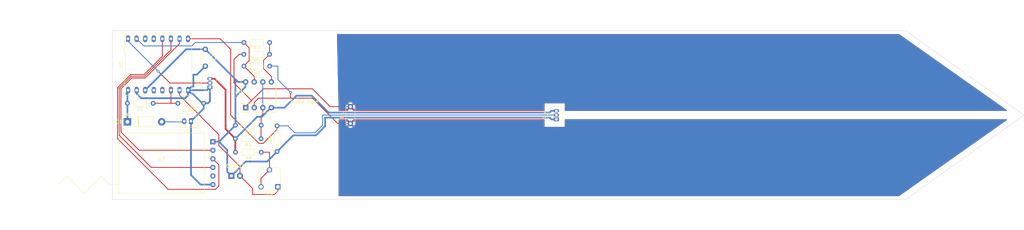
<source format=kicad_pcb>
(kicad_pcb (version 20211014) (generator pcbnew)
  (layers (0 "F.Cu" signal) (31 "B.Cu" signal) (34 "B.Paste" user) (35 "F.Paste" user) (36 "B.SilkS" user "B.Silkscreen") (37 "F.SilkS" user "F.Silkscreen") (38 "B.Mask" user) (39 "F.Mask" user) (44 "Edge.Cuts" user))
  (net 0 "")
  (net 1 "/CAPL")
  (net 2 "/CAPR")
  (net 3 "3V3")
  (net 4 "GND")
  (net 5 "Net-(D1-Pad1)")
  (net 6 "Net-(D1-Pad2)")
  (net 7 "SGND")
  (net 8 "Net-(R3-Pad2)")
  (net 9 "Net-(R5-Pad2)")
  (net 10 "CAP_OSC_OUT")
  (net 13 "Net-(U1-Pad10)")
  (net 14 "Net-(U1-Pad11)")
  (net 15 "Net-(U1-Pad12)")
  (net 18 "CAP_OSC_EN")
  (net 20 "Net-(R8-Pad1)")
  (net 21 "/OneWire")
  (net 22 "Net-(RV1-Pad1)")
  (net 23 "Net-(R1-Pad2)")
  (footprint "Library:RYLR896" (layer "F.Cu") (at 29.5 90.5)
    (fp_text reference "U2" (at 0 -2.54 unlocked) (layer "F.SilkS"))
    (fp_text value "RYLR896")
    (fp_line (start -12.7 5.08) (end -15.24 5.08) (layer "F.SilkS") (width 0.12))
    (fp_line (start -27.94 2.54) (end -30.48 5.08) (layer "F.SilkS") (width 0.12))
    (fp_line (start -22.86 7.62) (end -27.94 2.54) (layer "F.SilkS") (width 0.12))
    (fp_line (start -17.78 2.54) (end -22.86 7.62) (layer "F.SilkS") (width 0.12))
    (fp_line (start -15.24 5.08) (end -17.78 2.54) (layer "F.SilkS") (width 0.12))
    (fp_rect (start -12.7 -10.16) (end 12.7 7.62) (layer "F.SilkS") (width 0.12) (fill none))
    (pad "1" thru_hole rect (at 15.24 -7.62) (size 1.524 1.524) (drill 0.762) (layers *.Cu *.Mask) (net 3 "3V3"))
    (pad "2" thru_hole circle (at 15.24 -5.08) (size 1.524 1.524) (drill 0.762) (layers *.Cu *.Mask) (net 13 "Net-(U1-Pad10)"))
    (pad "3" thru_hole circle (at 15.24 -2.54) (size 1.524 1.524) (drill 0.762) (layers *.Cu *.Mask) (net 15 "Net-(U1-Pad12)"))
    (pad "4" thru_hole circle (at 15.24 0) (size 1.524 1.524) (drill 0.762) (layers *.Cu *.Mask) (net 14 "Net-(U1-Pad11)"))
    (pad "5" thru_hole circle (at 15.24 2.54) (size 1.524 1.524) (drill 0.762) (layers *.Cu *.Mask))
    (pad "6" thru_hole circle (at 15.24 5.08) (size 1.524 1.524) (drill 0.762) (layers *.Cu *.Mask) (net 4 "GND"))
  )
  (footprint "Resistor_THT:R_Axial_DIN0204_L3.6mm_D1.6mm_P7.62mm_Horizontal" (layer "F.Cu") (at 59 82 180)
    (fp_text reference "R4" (at 3.81 -1.92 180) (layer "F.SilkS"))
    (fp_text value "51K")
    (fp_line (start 1.89 0.92) (end 5.73 0.92) (layer "F.SilkS") (width 0.12))
    (fp_line (start 6.68 0) (end 5.73 0) (layer "F.SilkS") (width 0.12))
    (fp_line (start 5.73 -0.92) (end 1.89 -0.92) (layer "F.SilkS") (width 0.12))
    (fp_line (start 5.73 0.92) (end 5.73 -0.92) (layer "F.SilkS") (width 0.12))
    (fp_line (start 1.89 -0.92) (end 1.89 0.92) (layer "F.SilkS") (width 0.12))
    (fp_line (start 0.94 0) (end 1.89 0) (layer "F.SilkS") (width 0.12))
    (pad "1" thru_hole circle (at 0 0 180) (size 1.4 1.4) (drill 0.7) (layers *.Cu *.Mask) (net 8 "Net-(R3-Pad2)"))
    (pad "2" thru_hole oval (at 7.62 0 180) (size 1.4 1.4) (drill 0.7) (layers *.Cu *.Mask) (net 7 "SGND"))
  )
  (footprint "Capacitor_THT:C_Disc_D5.0mm_W2.5mm_P5.00mm" (layer "F.Cu") (at 85.5 77.5 90)
    (fp_text reference "C1" (at 2.5 -2.5 90) (layer "F.SilkS"))
    (fp_text value "Sensor Capacitor")
    (fp_line (start -0.12 -1.37) (end 5.12 -1.37) (layer "F.SilkS") (width 0.12))
    (fp_line (start -0.12 1.37) (end 5.12 1.37) (layer "F.SilkS") (width 0.12))
    (fp_line (start -0.12 -1.37) (end -0.12 -1.055) (layer "F.SilkS") (width 0.12))
    (fp_line (start 5.12 -1.37) (end 5.12 -1.055) (layer "F.SilkS") (width 0.12))
    (fp_line (start 5.12 1.055) (end 5.12 1.37) (layer "F.SilkS") (width 0.12))
    (fp_line (start -0.12 1.055) (end -0.12 1.37) (layer "F.SilkS") (width 0.12))
    (pad "1" thru_hole circle (at 0 0 90) (size 1.6 1.6) (drill 0.8) (layers *.Cu *.Mask) (net 1 "/CAPL"))
    (pad "2" thru_hole circle (at 5 0 90) (size 1.6 1.6) (drill 0.8) (layers *.Cu *.Mask) (net 2 "/CAPR"))
  )
  (footprint "Diode_THT:D_DO-41_SOD81_P10.16mm_Horizontal" (layer "F.Cu") (at 19.42 77)
    (fp_text reference "D1" (at -2.42 0) (layer "F.SilkS"))
    (fp_text value "1N5817")
    (fp_text user "K" (at 0 -2.1) (layer "F.SilkS"))
    (fp_line (start 3.38 -1.47) (end 3.38 1.47) (layer "F.SilkS") (width 0.12))
    (fp_line (start 7.8 1.47) (end 7.8 -1.47) (layer "F.SilkS") (width 0.12))
    (fp_line (start 3.14 -1.47) (end 3.14 1.47) (layer "F.SilkS") (width 0.12))
    (fp_line (start 8.82 0) (end 7.8 0) (layer "F.SilkS") (width 0.12))
    (fp_line (start 3.26 -1.47) (end 3.26 1.47) (layer "F.SilkS") (width 0.12))
    (fp_line (start 2.36 -1.47) (end 2.36 1.47) (layer "F.SilkS") (width 0.12))
    (fp_line (start 2.36 1.47) (end 7.8 1.47) (layer "F.SilkS") (width 0.12))
    (fp_line (start 1.34 0) (end 2.36 0) (layer "F.SilkS") (width 0.12))
    (fp_line (start 7.8 -1.47) (end 2.36 -1.47) (layer "F.SilkS") (width 0.12))
    (pad "1" thru_hole rect (at 0 0) (size 2.2 2.2) (drill 1.1) (layers *.Cu *.Mask) (net 5 "Net-(D1-Pad1)"))
    (pad "2" thru_hole oval (at 10.16 0) (size 2.2 2.2) (drill 1.1) (layers *.Cu *.Mask) (net 6 "Net-(D1-Pad2)"))
  )
  (footprint "Library:DIP-16_600_ELL" (layer "F.Cu") (at 28.5 60)
    (fp_text reference "U1" (at -10.99 0 90) (layer "F.SilkS"))
    (fp_text value "Tiny2040")
    (fp_line (start -9.99 3.039999) (end -9.99 9.12) (layer "F.SilkS") (width 0.12))
    (fp_line (start -9.99 9.12) (end 9.99 9.12) (layer "F.SilkS") (width 0.12))
    (fp_line (start 9.99 9.12) (end 9.99 -9.12) (layer "F.SilkS") (width 0.12))
    (fp_line (start -9.63 -3.04) (end -9.63 3.039999) (layer "F.SilkS") (width 0.12))
    (fp_line (start 9.99 -9.12) (end -9.99 -9.12) (layer "F.SilkS") (width 0.12))
    (fp_line (start -9.63 3.039999) (end -9.99 3.039999) (layer "F.SilkS") (width 0.12))
    (fp_line (start -9.99 -9.12) (end -9.99 -3.04) (layer "F.SilkS") (width 0.12))
    (fp_line (start -9.99 -3.04) (end -9.63 -3.04) (layer "F.SilkS") (width 0.12))
    (pad "1" thru_hole oval (at -8.89 7.62) (size 1.2 2) (drill 0.8) (layers *.Cu *.Mask) (net 5 "Net-(D1-Pad1)"))
    (pad "2" thru_hole oval (at -6.35 7.62) (size 1.2 2) (drill 0.8) (layers *.Cu *.Mask) (net 4 "GND"))
    (pad "3" thru_hole oval (at -3.81 7.62) (size 1.2 2) (drill 0.8) (layers *.Cu *.Mask) (net 3 "3V3"))
    (pad "4" thru_hole oval (at -1.27 7.62) (size 1.2 2) (drill 0.8) (layers *.Cu *.Mask))
    (pad "5" thru_hole oval (at 1.27 7.62) (size 1.2 2) (drill 0.8) (layers *.Cu *.Mask))
    (pad "6" thru_hole oval (at 3.81 7.62) (size 1.2 2) (drill 0.8) (layers *.Cu *.Mask) (net 23 "Net-(R1-Pad2)"))
    (pad "7" thru_hole oval (at 6.35 7.62) (size 1.2 2) (drill 0.8) (layers *.Cu *.Mask) (net 22 "Net-(RV1-Pad1)"))
    (pad "8" thru_hole oval (at 8.89 7.62) (size 1.2 2) (drill 0.8) (layers *.Cu *.Mask) (net 4 "GND"))
    (pad "9" thru_hole oval (at 8.89 -7.62) (size 1.2 2) (drill 0.8) (layers *.Cu *.Mask) (net 21 "/OneWire"))
    (pad "10" thru_hole oval (at 6.35 -7.62) (size 1.2 2) (drill 0.8) (layers *.Cu *.Mask) (net 13 "Net-(U1-Pad10)"))
    (pad "11" thru_hole oval (at 3.81 -7.62) (size 1.2 2) (drill 0.8) (layers *.Cu *.Mask) (net 14 "Net-(U1-Pad11)"))
    (pad "12" thru_hole oval (at 1.27 -7.62) (size 1.2 2) (drill 0.8) (layers *.Cu *.Mask) (net 15 "Net-(U1-Pad12)"))
    (pad "13" thru_hole oval (at -1.27 -7.62) (size 1.2 2) (drill 0.8) (layers *.Cu *.Mask))
    (pad "14" thru_hole oval (at -3.81 -7.62) (size 1.2 2) (drill 0.8) (layers *.Cu *.Mask))
    (pad "15" thru_hole oval (at -6.35 -7.62) (size 1.2 2) (drill 0.8) (layers *.Cu *.Mask) (net 10 "CAP_OSC_OUT"))
    (pad "16" thru_hole oval (at -8.89 -7.62) (size 1.2 2) (drill 0.8) (layers *.Cu *.Mask) (net 18 "CAP_OSC_EN"))
  )
  (footprint "Resistor_THT:R_Axial_DIN0204_L3.6mm_D1.6mm_P7.62mm_Horizontal" (layer "F.Cu") (at 61.56 60.5 180)
    (fp_text reference "R6" (at 3.81 -1.92 180) (layer "F.SilkS"))
    (fp_text value "330K")
    (fp_line (start 1.89 0.92) (end 5.73 0.92) (layer "F.SilkS") (width 0.12))
    (fp_line (start 6.68 0) (end 5.73 0) (layer "F.SilkS") (width 0.12))
    (fp_line (start 5.73 0.92) (end 5.73 -0.92) (layer "F.SilkS") (width 0.12))
    (fp_line (start 5.73 -0.92) (end 1.89 -0.92) (layer "F.SilkS") (width 0.12))
    (fp_line (start 0.94 0) (end 1.89 0) (layer "F.SilkS") (width 0.12))
    (fp_line (start 1.89 -0.92) (end 1.89 0.92) (layer "F.SilkS") (width 0.12))
    (pad "1" thru_hole circle (at 0 0 180) (size 1.4 1.4) (drill 0.7) (layers *.Cu *.Mask) (net 1 "/CAPL"))
    (pad "2" thru_hole oval (at 7.62 0 180) (size 1.4 1.4) (drill 0.7) (layers *.Cu *.Mask) (net 10 "CAP_OSC_OUT"))
  )
  (footprint "Package_DIP:DIP-8_W7.62mm_Socket" (layer "F.Cu") (at 54.45 72.8 90)
    (fp_text reference "U3" (at 3.81 -2.33 90) (layer "F.SilkS"))
    (fp_text value "LM358")
    (fp_line (start -1.33 9.01) (end 8.95 9.01) (layer "F.SilkS") (width 0.12))
    (fp_line (start 1.16 -1.33) (end 1.16 8.95) (layer "F.SilkS") (width 0.12))
    (fp_line (start 8.95 -1.39) (end -1.33 -1.39) (layer "F.SilkS") (width 0.12))
    (fp_line (start 2.81 -1.33) (end 1.16 -1.33) (layer "F.SilkS") (width 0.12))
    (fp_line (start 6.46 -1.33) (end 4.81 -1.33) (layer "F.SilkS") (width 0.12))
    (fp_line (start -1.33 -1.39) (end -1.33 9.01) (layer "F.SilkS") (width 0.12))
    (fp_line (start 1.16 8.95) (end 6.46 8.95) (layer "F.SilkS") (width 0.12))
    (fp_line (start 6.46 8.95) (end 6.46 -1.33) (layer "F.SilkS") (width 0.12))
    (fp_line (start 8.95 9.01) (end 8.95 -1.39) (layer "F.SilkS") (width 0.12))
    (fp_arc (start 4.81 -1.33) (mid 3.81 -0.33) (end 2.81 -1.33) (layer "F.SilkS") (width 0.12))
    (pad "1" thru_hole rect (at 0 0 90) (size 1.6 1.6) (drill 0.8) (layers *.Cu *.Mask) (net 2 "/CAPR"))
    (pad "2" thru_hole oval (at 0 2.54 90) (size 1.6 1.6) (drill 0.8) (layers *.Cu *.Mask) (net 1 "/CAPL"))
    (pad "3" thru_hole oval (at 0 5.08 90) (size 1.6 1.6) (drill 0.8) (layers *.Cu *.Mask) (net 8 "Net-(R3-Pad2)"))
    (pad "4" thru_hole oval (at 0 7.62 90) (size 1.6 1.6) (drill 0.8) (layers *.Cu *.Mask) (net 7 "SGND"))
    (pad "5" thru_hole oval (at 7.62 7.62 90) (size 1.6 1.6) (drill 0.8) (layers *.Cu *.Mask) (net 9 "Net-(R5-Pad2)"))
    (pad "6" thru_hole oval (at 7.62 5.08 90) (size 1.6 1.6) (drill 0.8) (layers *.Cu *.Mask) (net 8 "Net-(R3-Pad2)"))
    (pad "7" thru_hole oval (at 7.62 2.54 90) (size 1.6 1.6) (drill 0.8) (layers *.Cu *.Mask) (net 10 "CAP_OSC_OUT"))
    (pad "8" thru_hole oval (at 7.62 0 90) (size 1.6 1.6) (drill 0.8) (layers *.Cu *.Mask) (net 3 "3V3"))
  )
  (footprint "Resistor_THT:R_Axial_DIN0204_L3.6mm_D1.6mm_P7.62mm_Horizontal" (layer "F.Cu") (at 61.56 53.5 180)
    (fp_text reference "R7" (at 3.81 -1.75 180) (layer "F.SilkS"))
    (fp_text value "51K")
    (fp_line (start 6.68 0) (end 5.73 0) (layer "F.SilkS") (width 0.12))
    (fp_line (start 1.89 0.92) (end 5.73 0.92) (layer "F.SilkS") (width 0.12))
    (fp_line (start 0.94 0) (end 1.89 0) (layer "F.SilkS") (width 0.12))
    (fp_line (start 5.73 0.92) (end 5.73 -0.92) (layer "F.SilkS") (width 0.12))
    (fp_line (start 1.89 -0.92) (end 1.89 0.92) (layer "F.SilkS") (width 0.12))
    (fp_line (start 5.73 -0.92) (end 1.89 -0.92) (layer "F.SilkS") (width 0.12))
    (pad "1" thru_hole circle (at 0 0 180) (size 1.4 1.4) (drill 0.7) (layers *.Cu *.Mask) (net 9 "Net-(R5-Pad2)"))
    (pad "2" thru_hole oval (at 7.62 0 180) (size 1.4 1.4) (drill 0.7) (layers *.Cu *.Mask) (net 10 "CAP_OSC_OUT"))
  )
  (footprint "Resistor_THT:R_Axial_DIN0204_L3.6mm_D1.6mm_P7.62mm_Horizontal" (layer "F.Cu") (at 53.92 57)
    (fp_text reference "R5" (at 3.81 1.75) (layer "F.SilkS"))
    (fp_text value "10K")
    (fp_line (start 5.73 0.92) (end 5.73 -0.92) (layer "F.SilkS") (width 0.12))
    (fp_line (start 5.73 -0.92) (end 1.89 -0.92) (layer "F.SilkS") (width 0.12))
    (fp_line (start 0.94 0) (end 1.89 0) (layer "F.SilkS") (width 0.12))
    (fp_line (start 6.68 0) (end 5.73 0) (layer "F.SilkS") (width 0.12))
    (fp_line (start 1.89 -0.92) (end 1.89 0.92) (layer "F.SilkS") (width 0.12))
    (fp_line (start 1.89 0.92) (end 5.73 0.92) (layer "F.SilkS") (width 0.12))
    (pad "1" thru_hole circle (at 0 0) (size 1.4 1.4) (drill 0.7) (layers *.Cu *.Mask) (net 2 "/CAPR"))
    (pad "2" thru_hole oval (at 7.62 0) (size 1.4 1.4) (drill 0.7) (layers *.Cu *.Mask) (net 9 "Net-(R5-Pad2)"))
  )
  (footprint "Resistor_THT:R_Axial_DIN0204_L3.6mm_D1.6mm_P7.62mm_Horizontal" (layer "F.Cu") (at 59.06 86 180)
    (fp_text reference "R8" (at 3.81 -1.92 180) (layer "F.SilkS"))
    (fp_text value "330")
    (fp_line (start 0.94 0) (end 1.89 0) (layer "F.SilkS") (width 0.12))
    (fp_line (start 1.89 0.92) (end 5.73 0.92) (layer "F.SilkS") (width 0.12))
    (fp_line (start 6.68 0) (end 5.73 0) (layer "F.SilkS") (width 0.12))
    (fp_line (start 5.73 0.92) (end 5.73 -0.92) (layer "F.SilkS") (width 0.12))
    (fp_line (start 5.73 -0.92) (end 1.89 -0.92) (layer "F.SilkS") (width 0.12))
    (fp_line (start 1.89 -0.92) (end 1.89 0.92) (layer "F.SilkS") (width 0.12))
    (pad "1" thru_hole circle (at 0 0 180) (size 1.4 1.4) (drill 0.7) (layers *.Cu *.Mask) (net 20 "Net-(R8-Pad1)"))
    (pad "2" thru_hole oval (at 7.62 0 180) (size 1.4 1.4) (drill 0.7) (layers *.Cu *.Mask) (net 7 "SGND"))
  )
  (footprint "Package_TO_SOT_THT:TO-92_Inline" (layer "F.Cu") (at 146.5 76.27 90)
    (fp_text reference "U4" (at 1.27 -3.56 90) (layer "F.SilkS"))
    (fp_text value "DS18B20")
    (fp_line (start -0.53 1.85) (end 3.07 1.85) (layer "F.SilkS") (width 0.12))
    (fp_arc (start -0.568478 1.838478) (mid -1.132087 -0.994977) (end 1.27 -2.6) (layer "F.SilkS") (width 0.12))
    (fp_arc (start 1.27 -2.6) (mid 3.672087 -0.994977) (end 3.108478 1.838478) (layer "F.SilkS") (width 0.12))
    (pad "1" thru_hole rect (at 0 0 90) (size 1.05 1.5) (drill 0.75) (layers *.Cu *.Mask) (net 3 "3V3"))
    (pad "2" thru_hole oval (at 1.27 0 90) (size 1.05 1.5) (drill 0.75) (layers *.Cu *.Mask) (net 21 "/OneWire"))
    (pad "3" thru_hole oval (at 2.54 0 90) (size 1.05 1.5) (drill 0.75) (layers *.Cu *.Mask) (net 7 "SGND"))
  )
  (footprint "Connector_JST:JST_PH_B2B-PH-K_1x02_P2.00mm_Vertical" (layer "F.Cu") (at 38.25 76.8 180)
    (fp_text reference "J1" (at 1 -2.9 180) (layer "F.SilkS"))
    (fp_text value "Battery")
    (fp_line (start 0.9 2.3) (end 0.9 1.8) (layer "F.SilkS") (width 0.12))
    (fp_line (start -2.06 2.91) (end 4.06 2.91) (layer "F.SilkS") (width 0.12))
    (fp_line (start -2.36 -2.11) (end -2.36 -0.86) (layer "F.SilkS") (width 0.12))
    (fp_line (start 1.5 -1.2) (end 1.5 -1.81) (layer "F.SilkS") (width 0.12))
    (fp_line (start -0.3 -1.81) (end -0.3 -2.01) (layer "F.SilkS") (width 0.12))
    (fp_line (start 4.06 2.91) (end 4.06 -1.81) (layer "F.SilkS") (width 0.12))
    (fp_line (start -1.11 -2.11) (end -2.36 -2.11) (layer "F.SilkS") (width 0.12))
    (fp_line (start 1.1 1.8) (end 1.1 2.3) (layer "F.SilkS") (width 0.12))
    (fp_line (start 3.45 2.3) (end 3.45 -1.2) (layer "F.SilkS") (width 0.12))
    (fp_line (start 4.06 0.8) (end 3.45 0.8) (layer "F.SilkS") (width 0.12))
    (fp_line (start -1.45 -1.2) (end -1.45 2.3) (layer "F.SilkS") (width 0.12))
    (fp_line (start -2.06 0.8) (end -1.45 0.8) (layer "F.SilkS") (width 0.12))
    (fp_line (start 0.5 -1.81) (end 0.5 -1.2) (layer "F.SilkS") (width 0.12))
    (fp_line (start -0.6 -2.01) (end -0.6 -1.81) (layer "F.SilkS") (width 0.12))
    (fp_line (start -0.3 -1.91) (end -0.6 -1.91) (layer "F.SilkS") (width 0.12))
    (fp_line (start -2.06 -0.5) (end -1.45 -0.5) (layer "F.SilkS") (width 0.12))
    (fp_line (start 0.9 1.8) (end 1.1 1.8) (layer "F.SilkS") (width 0.12))
    (fp_line (start -0.3 -2.01) (end -0.6 -2.01) (layer "F.SilkS") (width 0.12))
    (fp_line (start 3.45 -1.2) (end 1.5 -1.2) (layer "F.SilkS") (width 0.12))
    (fp_line (start -1.45 2.3) (end 3.45 2.3) (layer "F.SilkS") (width 0.12))
    (fp_line (start 1 2.3) (end 1 1.8) (layer "F.SilkS") (width 0.12))
    (fp_line (start 4.06 -0.5) (end 3.45 -0.5) (layer "F.SilkS") (width 0.12))
    (fp_line (start -2.06 -1.81) (end -2.06 2.91) (layer "F.SilkS") (width 0.12))
    (fp_line (start 0.5 -1.2) (end -1.45 -1.2) (layer "F.SilkS") (width 0.12))
    (fp_line (start 4.06 -1.81) (end -2.06 -1.81) (layer "F.SilkS") (width 0.12))
    (pad "1" thru_hole roundrect (at 0 0 180) (size 1.2 1.75) (drill 0.75) (layers *.Cu *.Mask) (roundrect_rratio 0.2083333333) (net 4 "GND"))
    (pad "2" thru_hole oval (at 2 0 180) (size 1.2 1.75) (drill 0.75) (layers *.Cu *.Mask) (net 6 "Net-(D1-Pad2)"))
  )
  (footprint "Potentiometer_THT:Potentiometer_Runtron_RM-065_Vertical" (layer "F.Cu") (at 64 96.24 180)
    (fp_text reference "RV1" (at 2.6 -2.5) (layer "F.SilkS"))
    (fp_text value "503")
    (fp_line (start -0.71 -1.41) (end -0.71 -1.21) (layer "F.SilkS") (width 0.12))
    (fp_line (start 5.81 0.52) (end 5.81 4.5) (layer "F.SilkS") (width 0.12))
    (fp_line (start -0.81 4.5) (end -0.81 0.96) (layer "F.SilkS") (width 0.12))
    (fp_line (start -0.71 -1.21) (end -0.81 -1.21) (layer "F.SilkS") (width 0.12))
    (fp_line (start 5.71 -1.21) (end 5.81 -1.21) (layer "F.SilkS") (width 0.12))
    (fp_line (start 5.71 -1.41) (end 5.71 -1.21) (layer "F.SilkS") (width 0.12))
    (fp_line (start 1.99 5.81) (end 0.5 5.81) (layer "F.SilkS") (width 0.12))
    (fp_line (start -0.71 -1.41) (end 0.71 -1.41) (layer "F.SilkS") (width 0.12))
    (fp_line (start 4.29 -1.21) (end 4.29 -1.41) (layer "F.SilkS") (width 0.12))
    (fp_line (start 0.71 -1.21) (end 4.29 -1.21) (layer "F.SilkS") (width 0.12))
    (fp_line (start 4.29 -1.41) (end 5.71 -1.41) (layer "F.SilkS") (width 0.12))
    (fp_line (start 4.5 5.81) (end 3.01 5.81) (layer "F.SilkS") (width 0.12))
    (fp_line (start -0.81 -1.21) (end -0.81 -0.96) (layer "F.SilkS") (width 0.12))
    (fp_line (start 0.71 -1.21) (end 0.71 -1.41) (layer "F.SilkS") (width 0.12))
    (fp_line (start 5.81 -1.21) (end 5.81 -0.52) (layer "F.SilkS") (width 0.12))
    (fp_arc (start 5.81 4.5) (mid 5.42631 5.42631) (end 4.5 5.81) (layer "F.SilkS") (width 0.12))
    (fp_arc (start 0.5 5.81) (mid -0.42631 5.42631) (end -0.81 4.5) (layer "F.SilkS") (width 0.12))
    (pad "1" thru_hole rect (at 0 0 180) (size 1.56 1.56) (drill 1) (layers *.Cu *.Mask) (net 22 "Net-(RV1-Pad1)"))
    (pad "2" thru_hole circle (at 2.5 5 180) (size 1.56 1.56) (drill 1) (layers *.Cu *.Mask) (net 20 "Net-(R8-Pad1)"))
    (pad "3" thru_hole circle (at 5 0 180) (size 1.56 1.56) (drill 1) (layers *.Cu *.Mask) (net 20 "Net-(R8-Pad1)"))
  )
  (footprint "Resistor_THT:R_Axial_DIN0204_L3.6mm_D1.6mm_P7.62mm_Horizontal" (layer "F.Cu") (at 63.75 85.81 90)
    (fp_text reference "R9" (at 3.81 -1.92 90) (layer "F.SilkS"))
    (fp_text value "4.7K")
    (fp_line (start 6.68 0) (end 5.73 0) (layer "F.SilkS") (width 0.12))
    (fp_line (start 5.73 0.92) (end 5.73 -0.92) (layer "F.SilkS") (width 0.12))
    (fp_line (start 0.94 0) (end 1.89 0) (layer "F.SilkS") (width 0.12))
    (fp_line (start 5.73 -0.92) (end 1.89 -0.92) (layer "F.SilkS") (width 0.12))
    (fp_line (start 1.89 -0.92) (end 1.89 0.92) (layer "F.SilkS") (width 0.12))
    (fp_line (start 1.89 0.92) (end 5.73 0.92) (layer "F.SilkS") (width 0.12))
    (pad "1" thru_hole circle (at 0 0 90) (size 1.4 1.4) (drill 0.7) (layers *.Cu *.Mask) (net 3 "3V3"))
    (pad "2" thru_hole oval (at 7.62 0 90) (size 1.4 1.4) (drill 0.7) (layers *.Cu *.Mask) (net 21 "/OneWire"))
  )
  (footprint "LED_THT:LED_D3.0mm_Clear" (layer "F.Cu") (at 50.225 93)
    (fp_text reference "GL5516" (at 1.27 -2.96) (layer "F.SilkS"))
    (fp_text value "R_Photo")
    (fp_line (start -0.29 -1.236) (end -0.29 -1.08) (layer "F.SilkS") (width 0.12))
    (fp_line (start -0.29 1.08) (end -0.29 1.236) (layer "F.SilkS") (width 0.12))
    (fp_arc (start 2.942335 1.078608) (mid 1.366487 1.987659) (end -0.29 1.235516) (layer "F.SilkS") (width 0.12))
    (fp_arc (start 2.31113 1.079837) (mid 1.270117 1.5) (end 0.229039 1.08) (layer "F.SilkS") (width 0.12))
    (fp_arc (start -0.29 -1.235516) (mid 1.366487 -1.987659) (end 2.942335 -1.078608) (layer "F.SilkS") (width 0.12))
    (fp_arc (start 0.229039 -1.08) (mid 1.270117 -1.5) (end 2.31113 -1.079837) (layer "F.SilkS") (width 0.12))
    (pad "1" thru_hole rect (at 0 0) (size 1.8 1.8) (drill 0.9) (layers *.Cu *.Mask) (net 3 "3V3"))
    (pad "2" thru_hole circle (at 2.54 0) (size 1.8 1.8) (drill 0.9) (layers *.Cu *.Mask) (net 22 "Net-(RV1-Pad1)"))
  )
  (footprint "Resistor_THT:R_Axial_DIN0204_L3.6mm_D1.6mm_P7.62mm_Horizontal" (layer "F.Cu") (at 51.42 78)
    (fp_text reference "R3" (at 3.83 2) (layer "F.SilkS"))
    (fp_text value "100K")
    (fp_line (start 5.73 0.92) (end 5.73 -0.92) (layer "F.SilkS") (width 0.12))
    (fp_line (start 6.68 0) (end 5.73 0) (layer "F.SilkS") (width 0.12))
    (fp_line (start 1.89 -0.92) (end 1.89 0.92) (layer "F.SilkS") (width 0.12))
    (fp_line (start 5.73 -0.92) (end 1.89 -0.92) (layer "F.SilkS") (width 0.12))
    (fp_line (start 0.94 0) (end 1.89 0) (layer "F.SilkS") (width 0.12))
    (fp_line (start 1.89 0.92) (end 5.73 0.92) (layer "F.SilkS") (width 0.12))
    (pad "1" thru_hole circle (at 0 0) (size 1.4 1.4) (drill 0.7) (layers *.Cu *.Mask) (net 3 "3V3"))
    (pad "2" thru_hole oval (at 7.62 0) (size 1.4 1.4) (drill 0.7) (layers *.Cu *.Mask) (net 8 "Net-(R3-Pad2)"))
  )
  (footprint "Capacitor_THT:C_Disc_D5.0mm_W2.5mm_P5.00mm" (layer "F.Cu") (at 42.5 55.5 -90)
    (fp_text reference "C2" (at 2.5 -2.5 90) (layer "F.SilkS"))
    (fp_text value "1UF")
    (fp_line (start 5.12 -1.37) (end 5.12 -1.055) (layer "F.SilkS") (width 0.12))
    (fp_line (start -0.12 1.055) (end -0.12 1.37) (layer "F.SilkS") (width 0.12))
    (fp_line (start 5.12 1.055) (end 5.12 1.37) (layer "F.SilkS") (width 0.12))
    (fp_line (start -0.12 -1.37) (end -0.12 -1.055) (layer "F.SilkS") (width 0.12))
    (fp_line (start -0.12 1.37) (end 5.12 1.37) (layer "F.SilkS") (width 0.12))
    (fp_line (start -0.12 -1.37) (end 5.12 -1.37) (layer "F.SilkS") (width 0.12))
    (pad "1" thru_hole circle (at 0 0 270) (size 1.6 1.6) (drill 0.8) (layers *.Cu *.Mask) (net 3 "3V3"))
    (pad "2" thru_hole circle (at 5 0 270) (size 1.6 1.6) (drill 0.8) (layers *.Cu *.Mask) (net 4 "GND"))
  )
  (footprint "Package_TO_SOT_THT:TO-92_Inline" (layer "F.Cu") (at 43.86 66.77 90)
    (fp_text reference "Q1" (at 1.27 -3.56 90) (layer "F.SilkS"))
    (fp_text value "2N7000")
    (fp_line (start -0.53 1.85) (end 3.07 1.85) (layer "F.SilkS") (width 0.12))
    (fp_arc (start -0.568478 1.838478) (mid -1.132087 -0.994977) (end 1.27 -2.6) (layer "F.SilkS") (width 0.12))
    (fp_arc (start 1.27 -2.6) (mid 3.672087 -0.994977) (end 3.108478 1.838478) (layer "F.SilkS") (width 0.12))
    (pad "1" thru_hole rect (at 0 0 90) (size 1.05 1.5) (drill 0.75) (layers *.Cu *.Mask) (net 4 "GND"))
    (pad "2" thru_hole oval (at 1.27 0 90) (size 1.05 1.5) (drill 0.75) (layers *.Cu *.Mask) (net 18 "CAP_OSC_EN"))
    (pad "3" thru_hole oval (at 2.54 0 90) (size 1.05 1.5) (drill 0.75) (layers *.Cu *.Mask) (net 7 "SGND"))
  )
  (footprint "MountingHole:MountingHole_3mm" (layer "F.Cu") (at 71.75 75)
    (fp_text reference "Screw Hole" (at 0 -4) (layer "F.SilkS"))
    (fp_text value "MountingHole_3mm")
    (pad "" np_thru_hole circle (at 0 0) (size 3 3) (drill 3) (layers *.Cu *.Mask))
  )
  (footprint "Resistor_THT:R_Axial_DIN0204_L3.6mm_D1.6mm_P7.62mm_Horizontal" (layer "F.Cu") (at 19.42 71.5)
    (fp_text reference "R1" (at 3.81 1.75) (layer "F.SilkS"))
    (fp_text value "330K")
    (fp_line (start 0.94 0) (end 1.89 0) (layer "F.SilkS") (width 0.12))
    (fp_line (start 1.89 0.92) (end 5.73 0.92) (layer "F.SilkS") (width 0.12))
    (fp_line (start 5.73 0.92) (end 5.73 -0.92) (layer "F.SilkS") (width 0.12))
    (fp_line (start 1.89 -0.92) (end 1.89 0.92) (layer "F.SilkS") (width 0.12))
    (fp_line (start 5.73 -0.92) (end 1.89 -0.92) (layer "F.SilkS") (width 0.12))
    (fp_line (start 6.68 0) (end 5.73 0) (layer "F.SilkS") (width 0.12))
    (pad "1" thru_hole circle (at 0 0) (size 1.4 1.4) (drill 0.7) (layers *.Cu *.Mask) (net 5 "Net-(D1-Pad1)"))
    (pad "2" thru_hole oval (at 7.62 0) (size 1.4 1.4) (drill 0.7) (layers *.Cu *.Mask) (net 23 "Net-(R1-Pad2)"))
  )
  (footprint "Resistor_THT:R_Axial_DIN0204_L3.6mm_D1.6mm_P7.62mm_Horizontal" (layer "F.Cu") (at 42 71.5 180)
    (fp_text reference "R2" (at 3.75 -1.75 180) (layer "F.SilkS"))
    (fp_text value "330K")
    (fp_line (start 0.94 0) (end 1.89 0) (layer "F.SilkS") (width 0.12))
    (fp_line (start 1.89 -0.92) (end 1.89 0.92) (layer "F.SilkS") (width 0.12))
    (fp_line (start 1.89 0.92) (end 5.73 0.92) (layer "F.SilkS") (width 0.12))
    (fp_line (start 6.68 0) (end 5.73 0) (layer "F.SilkS") (width 0.12))
    (fp_line (start 5.73 0.92) (end 5.73 -0.92) (layer "F.SilkS") (width 0.12))
    (fp_line (start 5.73 -0.92) (end 1.89 -0.92) (layer "F.SilkS") (width 0.12))
    (pad "1" thru_hole circle (at 0 0 180) (size 1.4 1.4) (drill 0.7) (layers *.Cu *.Mask) (net 4 "GND"))
    (pad "2" thru_hole oval (at 7.62 0 180) (size 1.4 1.4) (drill 0.7) (layers *.Cu *.Mask) (net 23 "Net-(R1-Pad2)"))
  )
  (gr_poly (pts (xy 285 75) (xy 250 100) (xy 15 100) (xy 15 50) (xy 250 50)) (layer "Edge.Cuts") (width 0.1) (fill none))
  (segment (start 74.25 70) (end 67.75 70) (width 0.25) (layer "F.Cu") (net 1))
  (segment (start 67.75 70) (end 58.26 70) (width 0.25) (layer "F.Cu") (net 1))
  (segment (start 58.26 70) (end 57 71.26) (width 0.25) (layer "F.Cu") (net 1))
  (segment (start 57 71.26) (end 57 72.8) (width 0.25) (layer "F.Cu") (net 1))
  (segment (start 85.5 77.5) (end 81.75 77.5) (width 0.25) (layer "F.Cu") (net 1))
  (segment (start 81.75 77.5) (end 74.25 70) (width 0.25) (layer "F.Cu") (net 1))
  (segment (start 67.75 68.25) (end 67.75 70) (width 0.25) (layer "F.Cu") (net 1))
  (via (at 67.75 68.25) (size 0.8) (drill 0.4) (layers "F.Cu" "B.Cu") (net 1))
  (segment (start 64 64.5) (end 64 60.5) (width 0.25) (layer "B.Cu") (net 1))
  (segment (start 64 60.5) (end 61.56 60.5) (width 0.25) (layer "B.Cu") (net 1))
  (segment (start 67.75 68.25) (end 64 64.5) (width 0.25) (layer "B.Cu") (net 1))
  (segment (start 51 58.5) (end 52.5 57) (width 0.25) (layer "F.Cu") (net 2))
  (segment (start 56.2 70.7) (end 54.45 72.45) (width 0.25) (layer "F.Cu") (net 2))
  (segment (start 56.2 70.7) (end 59.7 67.2) (width 0.25) (layer "F.Cu") (net 2))
  (segment (start 52.5 57) (end 53.92 57) (width 0.25) (layer "F.Cu") (net 2))
  (segment (start 59.7 67.2) (end 74.2 67.2) (width 0.25) (layer "F.Cu") (net 2))
  (segment (start 54.45 72.45) (end 54.45 72.8) (width 0.25) (layer "F.Cu") (net 2))
  (segment (start 51 65.5) (end 51 58.5) (width 0.25) (layer "F.Cu") (net 2))
  (segment (start 74.2 67.2) (end 79.5 72.5) (width 0.25) (layer "F.Cu") (net 2))
  (segment (start 79.5 72.5) (end 85.5 72.5) (width 0.25) (layer "F.Cu") (net 2))
  (segment (start 56.2 70.7) (end 51 65.5) (width 0.25) (layer "F.Cu") (net 2))
  (segment (start 78 75.75) (end 78 78.25) (width 0.5) (layer "B.Cu") (net 3))
  (segment (start 51.625 64.625) (end 42.5 55.5) (width 0.5) (layer "B.Cu") (net 3))
  (segment (start 144.5 75.75) (end 78 75.75) (width 0.5) (layer "B.Cu") (net 3))
  (segment (start 51.42 69.58) (end 51.42 64.83) (width 0.5) (layer "B.Cu") (net 3))
  (segment (start 68.56 81) (end 63.75 85.81) (width 0.5) (layer "B.Cu") (net 3))
  (segment (start 36.81 55.5) (end 24.69 67.62) (width 0.5) (layer "B.Cu") (net 3))
  (segment (start 50.25 93) (end 54.5 88.75) (width 0.5) (layer "B.Cu") (net 3))
  (segment (start 51.42 64.83) (end 51.625 64.625) (width 0.5) (layer "B.Cu") (net 3))
  (segment (start 54.45 66.55) (end 54.45 65.18) (width 0.5) (layer "B.Cu") (net 3))
  (segment (start 51.42 69.58) (end 54.45 66.55) (width 0.5) (layer "B.Cu") (net 3))
  (segment (start 49 85.34) (end 49 91.775) (width 0.5) (layer "B.Cu") (net 3))
  (segment (start 49 91.775) (end 50.225 93) (width 0.5) (layer "B.Cu") (net 3))
  (segment (start 78 78.25) (end 75.25 81) (width 0.5) (layer "B.Cu") (net 3))
  (segment (start 46.54 82.88) (end 51.42 78) (width 0.5) (layer "B.Cu") (net 3))
  (segment (start 146.5 76.27) (end 145.02 76.27) (width 0.5) (layer "B.Cu") (net 3))
  (segment (start 145.02 76.27) (end 144.5 75.75) (width 0.5) (layer "B.Cu") (net 3))
  (segment (start 42.5 55.5) (end 36.81 55.5) (width 0.5) (layer "B.Cu") (net 3))
  (segment (start 50.225 93) (end 50.25 93) (width 0.5) (layer "B.Cu") (net 3))
  (segment (start 54.5 88.75) (end 60.81 88.75) (width 0.5) (layer "B.Cu") (net 3))
  (segment (start 51.42 78) (end 51.42 69.58) (width 0.5) (layer "B.Cu") (net 3))
  (segment (start 46.54 82.88) (end 49 85.34) (width 0.5) (layer "B.Cu") (net 3))
  (segment (start 75.25 81) (end 68.56 81) (width 0.5) (layer "B.Cu") (net 3))
  (segment (start 44.74 82.88) (end 46.54 82.88) (width 0.5) (layer "B.Cu") (net 3))
  (segment (start 60.81 88.75) (end 63.75 85.81) (width 0.5) (layer "B.Cu") (net 3))
  (segment (start 52.18 65.18) (end 54.45 65.18) (width 0.5) (layer "B.Cu") (net 3))
  (segment (start 52.18 65.18) (end 51.625 64.625) (width 0.5) (layer "B.Cu") (net 3))
  (segment (start 43.3 71.5) (end 43.86 70.94) (width 0.5) (layer "B.Cu") (net 4))
  (segment (start 22.15 67.62) (end 22.15 68.65) (width 0.5) (layer "B.Cu") (net 4))
  (segment (start 41.08 95.58) (end 38.25 92.75) (width 0.5) (layer "B.Cu") (net 4))
  (segment (start 42 73.08) (end 38.28 76.8) (width 0.5) (layer "B.Cu") (net 4))
  (segment (start 38.97 63.03) (end 39.97 63.03) (width 0.5) (layer "B.Cu") (net 4))
  (segment (start 37.39 67.62) (end 38.39 68.62) (width 0.5) (layer "B.Cu") (net 4))
  (segment (start 38.97 66.54) (end 38.47 66.54) (width 0.5) (layer "B.Cu") (net 4))
  (segment (start 38.28 76.8) (end 38.25 76.8) (width 0.5) (layer "B.Cu") (net 4))
  (segment (start 37.39 67.62) (end 43.01 67.62) (width 0.5) (layer "B.Cu") (net 4))
  (segment (start 38.39 68.62) (end 38.7 68.62) (width 0.5) (layer "B.Cu") (net 4))
  (segment (start 38.97 66.54) (end 38.97 63.03) (width 0.5) (layer "B.Cu") (net 4))
  (segment (start 38.47 66.54) (end 37.39 67.62) (width 0.5) (layer "B.Cu") (net 4))
  (segment (start 37.39 69.11) (end 37.39 67.62) (width 0.5) (layer "B.Cu") (net 4))
  (segment (start 42 71.5) (end 43.3 71.5) (width 0.5) (layer "B.Cu") (net 4))
  (segment (start 43.86 70.94) (end 43.86 66.77) (width 0.5) (layer "B.Cu") (net 4))
  (segment (start 22.15 68.65) (end 23.5 70) (width 0.5) (layer "B.Cu") (net 4))
  (segment (start 42 71.5) (end 42 73.08) (width 0.5) (layer "B.Cu") (net 4))
  (segment (start 44.74 95.58) (end 41.08 95.58) (width 0.5) (layer "B.Cu") (net 4))
  (segment (start 38.25 92.75) (end 38.25 76.8) (width 0.5) (layer "B.Cu") (net 4))
  (segment (start 41.58 71.5) (end 42 71.5) (width 0.5) (layer "B.Cu") (net 4))
  (segment (start 39.97 63.03) (end 42.5 60.5) (width 0.5) (layer "B.Cu") (net 4))
  (segment (start 36.5 70) (end 37.39 69.11) (width 0.5) (layer "B.Cu") (net 4))
  (segment (start 38.7 68.62) (end 41.58 71.5) (width 0.5) (layer "B.Cu") (net 4))
  (segment (start 23.5 70) (end 36.5 70) (width 0.5) (layer "B.Cu") (net 4))
  (segment (start 43.01 67.62) (end 43.86 66.77) (width 0.5) (layer "B.Cu") (net 4))
  (segment (start 19.42 77) (end 19.42 71.5) (width 0.5) (layer "B.Cu") (net 5))
  (segment (start 19.42 71.5) (end 19.42 68.93) (width 0.5) (layer "B.Cu") (net 5))
  (segment (start 19.42 68.93) (end 19.11 68.62) (width 0.5) (layer "B.Cu") (net 5))
  (segment (start 35.55 77) (end 35.75 76.8) (width 0.25) (layer "B.Cu") (net 6))
  (segment (start 29.58 77) (end 35.55 77) (width 0.25) (layer "B.Cu") (net 6))
  (segment (start 51.38 82) (end 51.38 85.94) (width 0.5) (layer "F.Cu") (net 7))
  (segment (start 51.38 85.94) (end 51.44 86) (width 0.5) (layer "F.Cu") (net 7))
  (segment (start 48.5 79.16) (end 48.54 79.16) (width 0.5) (layer "F.Cu") (net 7))
  (segment (start 48.5 67.5) (end 48.5 79.16) (width 0.5) (layer "F.Cu") (net 7))
  (segment (start 45.23 64.23) (end 48.5 67.5) (width 0.5) (layer "F.Cu") (net 7))
  (segment (start 48.54 79.16) (end 51.38 82) (width 0.5) (layer "F.Cu") (net 7))
  (segment (start 43.86 64.23) (end 45.23 64.23) (width 0.5) (layer "F.Cu") (net 7))
  (segment (start 61.95 72.8) (end 65.95 72.8) (width 0.5) (layer "B.Cu") (net 7))
  (segment (start 69.5 69.25) (end 74 69.25) (width 0.5) (layer "B.Cu") (net 7))
  (segment (start 59.25 75.5) (end 61.95 72.8) (width 0.5) (layer "B.Cu") (net 7))
  (segment (start 144.48 74.25) (end 145 73.73) (width 0.5) (layer "B.Cu") (net 7))
  (segment (start 79 74.25) (end 144.48 74.25) (width 0.5) (layer "B.Cu") (net 7))
  (segment (start 57.88 75.5) (end 59.25 75.5) (width 0.5) (layer "B.Cu") (net 7))
  (segment (start 65.95 72.8) (end 69.5 69.25) (width 0.5) (layer "B.Cu") (net 7))
  (segment (start 74 69.25) (end 79 74.25) (width 0.5) (layer "B.Cu") (net 7))
  (segment (start 145 73.73) (end 146.5 73.73) (width 0.5) (layer "B.Cu") (net 7))
  (segment (start 51.38 82) (end 57.88 75.5) (width 0.5) (layer "B.Cu") (net 7))
  (segment (start 59 78.04) (end 59.04 78) (width 0.25) (layer "F.Cu") (net 8))
  (segment (start 59.04 78) (end 59.04 75.29) (width 0.25) (layer "F.Cu") (net 8))
  (segment (start 59.04 75.29) (end 59.53 74.8) (width 0.25) (layer "F.Cu") (net 8))
  (segment (start 59 82) (end 59 78.04) (width 0.25) (layer "F.Cu") (net 8))
  (segment (start 59.53 74.8) (end 59.53 72.8) (width 0.25) (layer "F.Cu") (net 8))
  (segment (start 59.5 72.8) (end 59.5 65.18) (width 0.25) (layer "B.Cu") (net 8))
  (segment (start 61.54 57) (end 61.54 53.52) (width 0.25) (layer "F.Cu") (net 9))
  (segment (start 59.75 61.25) (end 59.75 58.79) (width 0.25) (layer "F.Cu") (net 9))
  (segment (start 62.07 63.57) (end 62.07 65.18) (width 0.25) (layer "F.Cu") (net 9))
  (segment (start 59.75 58.79) (end 61.54 57) (width 0.25) (layer "F.Cu") (net 9))
  (segment (start 59.75 61.25) (end 62.07 63.57) (width 0.25) (layer "F.Cu") (net 9))
  (segment (start 61.54 53.52) (end 61.56 53.5) (width 0.25) (layer "F.Cu") (net 9))
  (segment (start 53.94 60.5) (end 56.99 63.55) (width 0.25) (layer "F.Cu") (net 10))
  (segment (start 55.5 55.08) (end 53.92 53.5) (width 0.25) (layer "F.Cu") (net 10))
  (segment (start 55.5 58.84) (end 55.5 55.08) (width 0.25) (layer "F.Cu") (net 10))
  (segment (start 56.99 63.55) (end 56.99 65.18) (width 0.25) (layer "F.Cu") (net 10))
  (segment (start 53.84 60.5) (end 55.5 58.84) (width 0.25) (layer "F.Cu") (net 10))
  (segment (start 39.5 53.5) (end 53.92 53.5) (width 0.25) (layer "B.Cu") (net 10))
  (segment (start 24.27 54.5) (end 38.5 54.5) (width 0.25) (layer "B.Cu") (net 10))
  (segment (start 22.15 52.38) (end 24.27 54.5) (width 0.25) (layer "B.Cu") (net 10))
  (segment (start 38.5 54.5) (end 39.5 53.5) (width 0.25) (layer "B.Cu") (net 10))
  (segment (start 20.675718 64) (end 17.5 67.175718) (width 0.25) (layer "F.Cu") (net 13))
  (segment (start 34.85 53.85) (end 24.7 64) (width 0.25) (layer "F.Cu") (net 13))
  (segment (start 22.92 85.42) (end 44.74 85.42) (width 0.25) (layer "F.Cu") (net 13))
  (segment (start 24.7 64) (end 20.675718 64) (width 0.25) (layer "F.Cu") (net 13))
  (segment (start 34.85 52.38) (end 34.85 53.85) (width 0.25) (layer "F.Cu") (net 13))
  (segment (start 17.5 80) (end 22.92 85.42) (width 0.25) (layer "F.Cu") (net 13))
  (segment (start 17.5 67.175718) (end 17.5 80) (width 0.25) (layer "F.Cu") (net 13))
  (segment (start 44.74 90.5) (end 26.5 90.5) (width 0.25) (layer "F.Cu") (net 14))
  (segment (start 17 81) (end 17 67.040001) (width 0.25) (layer "F.Cu") (net 14))
  (segment (start 17 67.040001) (end 20.540001 63.5) (width 0.25) (layer "F.Cu") (net 14))
  (segment (start 26.5 90.5) (end 17 81) (width 0.25) (layer "F.Cu") (net 14))
  (segment (start 32.31 55.69) (end 32.31 52.38) (width 0.25) (layer "F.Cu") (net 14))
  (segment (start 20.540001 63.5) (end 24.5 63.5) (width 0.25) (layer "F.Cu") (net 14))
  (segment (start 24.5 63.5) (end 32.31 55.69) (width 0.25) (layer "F.Cu") (net 14))
  (segment (start 29.77 52.38) (end 29.77 57.594282) (width 0.25) (layer "F.Cu") (net 15))
  (segment (start 45.5 97) (end 46.5 96) (width 0.25) (layer "F.Cu") (net 15))
  (segment (start 16.5 82) (end 31.5 97) (width 0.25) (layer "F.Cu") (net 15))
  (segment (start 20.404283 63) (end 16.5 66.904283) (width 0.25) (layer "F.Cu") (net 15))
  (segment (start 46.5 89.72) (end 44.74 87.96) (width 0.25) (layer "F.Cu") (net 15))
  (segment (start 16.5 66.904283) (end 16.5 82) (width 0.25) (layer "F.Cu") (net 15))
  (segment (start 31.5 97) (end 45.5 97) (width 0.25) (layer "F.Cu") (net 15))
  (segment (start 46.5 96) (end 46.5 89.72) (width 0.25) (layer "F.Cu") (net 15))
  (segment (start 29.77 57.594282) (end 24.364282 63) (width 0.25) (layer "F.Cu") (net 15))
  (segment (start 24.364282 63) (end 20.404283 63) (width 0.25) (layer "F.Cu") (net 15))
  (segment (start 43.86 65.5) (end 32 65.5) (width 0.25) (layer "F.Cu") (net 18))
  (segment (start 32 65.5) (end 28.5 62) (width 0.25) (layer "F.Cu") (net 18))
  (via (at 28.5 62) (size 0.8) (drill 0.4) (layers "F.Cu" "B.Cu") (net 18))
  (segment (start 28.5 62) (end 19.61 53.11) (width 0.25) (layer "B.Cu") (net 18))
  (segment (start 19.61 53.11) (end 19.61 52.38) (width 0.25) (layer "B.Cu") (net 18))
  (segment (start 59.06 86) (end 61.5 86) (width 0.25) (layer "F.Cu") (net 20))
  (segment (start 61.5 86) (end 61.5 91.24) (width 0.25) (layer "F.Cu") (net 20))
  (segment (start 61.5 91.24) (end 59 93.74) (width 0.25) (layer "F.Cu") (net 20))
  (segment (start 59 93.74) (end 59 96.24) (width 0.25) (layer "F.Cu") (net 20))
  (segment (start 37.39 52.38) (end 46.88 52.38) (width 0.25) (layer "F.Cu") (net 21))
  (segment (start 58.375 83.375) (end 59.625 83.375) (width 0.25) (layer "F.Cu") (net 21))
  (segment (start 46.88 52.38) (end 50 55.5) (width 0.25) (layer "F.Cu") (net 21))
  (segment (start 59.625 83.375) (end 63.75 79.25) (width 0.25) (layer "F.Cu") (net 21))
  (segment (start 50 55.5) (end 50 75) (width 0.25) (layer "F.Cu") (net 21))
  (segment (start 50 75) (end 58.375 83.375) (width 0.25) (layer "F.Cu") (net 21))
  (segment (start 63.75 79.25) (end 63.75 78.19) (width 0.25) (layer "F.Cu") (net 21))
  (segment (start 75 80.25) (end 77.25 78) (width 0.25) (layer "B.Cu") (net 21))
  (segment (start 77.25 78) (end 77.25 75) (width 0.25) (layer "B.Cu") (net 21))
  (segment (start 69 80.25) (end 75 80.25) (width 0.25) (layer "B.Cu") (net 21))
  (segment (start 63.75 78.19) (end 66.94 78.19) (width 0.25) (layer "B.Cu") (net 21))
  (segment (start 66.94 78.19) (end 69 80.25) (width 0.25) (layer "B.Cu") (net 21))
  (segment (start 77.25 75) (end 146.5 75) (width 0.25) (layer "B.Cu") (net 21))
  (segment (start 52.765 93) (end 52.765 90.265) (width 0.25) (layer "F.Cu") (net 22))
  (segment (start 34.85 69.12) (end 34.865 69.135) (width 0.25) (layer "F.Cu") (net 22))
  (segment (start 63 98.5) (end 64 97.5) (width 0.25) (layer "F.Cu") (net 22))
  (segment (start 64 97.5) (end 64 96.24) (width 0.25) (layer "F.Cu") (net 22))
  (segment (start 46.5 80.77) (end 34.865 69.135) (width 0.25) (layer "F.Cu") (net 22))
  (segment (start 46.5 84) (end 46.5 80.77) (width 0.25) (layer "F.Cu") (net 22))
  (segment (start 52.765 93) (end 56.5 96.735) (width 0.25) (layer "F.Cu") (net 22))
  (segment (start 56.5 96.735) (end 56.5 98.5) (width 0.25) (layer "F.Cu") (net 22))
  (segment (start 34.85 67.62) (end 34.85 69.12) (width 0.25) (layer "F.Cu") (net 22))
  (segment (start 52.765 90.265) (end 46.5 84) (width 0.25) (layer "F.Cu") (net 22))
  (segment (start 56.5 98.5) (end 63 98.5) (width 0.25) (layer "F.Cu") (net 22))
  (segment (start 32.31 67.62) (end 32.31 71.44) (width 0.25) (layer "F.Cu") (net 23))
  (segment (start 32.25 71.5) (end 34.38 71.5) (width 0.25) (layer "F.Cu") (net 23))
  (segment (start 27.04 71.5) (end 32.25 71.5) (width 0.25) (layer "F.Cu") (net 23))
  (segment (start 32.31 71.44) (end 32.25 71.5) (width 0.25) (layer "F.Cu") (net 23))
  (zone (net 1) (net_name "/CAPL") (layers F&B.Cu) (connect_pads (clearance 0.508)) (min_thickness 0.254) (fill yes (thermal_gap 0.508) (thermal_bridge_width 0.508))
    (polygon (pts (xy 248 99) (xy 82 99) (xy 82 76.25) (xy 143 76.25) (xy 143 78.5) (xy 149 78.5) (xy 149 76.25) (xy 280.25 76.25)))
  )
  (zone (net 2) (net_name "/CAPR") (layers F&B.Cu) (connect_pads (clearance 0.508)) (min_thickness 0.254) (fill yes (thermal_gap 0.508) (thermal_bridge_width 0.508))
    (polygon (pts (xy 280.25 73.75) (xy 149 73.75) (xy 149 71.5) (xy 143 71.5) (xy 143 73.75) (xy 82 73.75) (xy 81.5 51) (xy 248 51)))
  )
)
</source>
